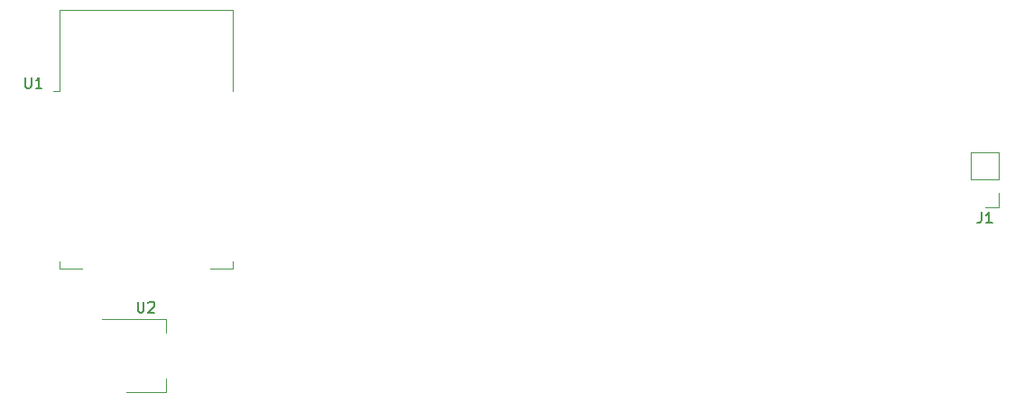
<source format=gbr>
%TF.GenerationSoftware,KiCad,Pcbnew,5.1.6+dfsg1-1*%
%TF.CreationDate,2020-09-16T13:14:45+02:00*%
%TF.ProjectId,esp-wireless-charging,6573702d-7769-4726-956c-6573732d6368,rev?*%
%TF.SameCoordinates,Original*%
%TF.FileFunction,Legend,Top*%
%TF.FilePolarity,Positive*%
%FSLAX46Y46*%
G04 Gerber Fmt 4.6, Leading zero omitted, Abs format (unit mm)*
G04 Created by KiCad (PCBNEW 5.1.6+dfsg1-1) date 2020-09-16 13:14:45*
%MOMM*%
%LPD*%
G01*
G04 APERTURE LIST*
%ADD10C,0.120000*%
%ADD11C,0.150000*%
G04 APERTURE END LIST*
D10*
%TO.C,J1*%
X182940000Y-60900000D02*
X180280000Y-60900000D01*
X182940000Y-63500000D02*
X182940000Y-60900000D01*
X180280000Y-63500000D02*
X180280000Y-60900000D01*
X182940000Y-63500000D02*
X180280000Y-63500000D01*
X182940000Y-64770000D02*
X182940000Y-66100000D01*
X182940000Y-66100000D02*
X181610000Y-66100000D01*
%TO.C,U1*%
X94750000Y-47570000D02*
X110990000Y-47570000D01*
X110990000Y-47570000D02*
X110990000Y-55190000D01*
X110990000Y-71190000D02*
X110990000Y-71810000D01*
X110990000Y-71810000D02*
X108870000Y-71810000D01*
X96870000Y-71810000D02*
X94750000Y-71810000D01*
X94750000Y-71810000D02*
X94750000Y-71190000D01*
X94750000Y-55190000D02*
X94750000Y-47570000D01*
X94750000Y-55190000D02*
X94140000Y-55190000D01*
%TO.C,U2*%
X104780000Y-83420000D02*
X104780000Y-82160000D01*
X104780000Y-76600000D02*
X104780000Y-77860000D01*
X101020000Y-83420000D02*
X104780000Y-83420000D01*
X98770000Y-76600000D02*
X104780000Y-76600000D01*
%TO.C,J1*%
D11*
X181276666Y-66552380D02*
X181276666Y-67266666D01*
X181229047Y-67409523D01*
X181133809Y-67504761D01*
X180990952Y-67552380D01*
X180895714Y-67552380D01*
X182276666Y-67552380D02*
X181705238Y-67552380D01*
X181990952Y-67552380D02*
X181990952Y-66552380D01*
X181895714Y-66695238D01*
X181800476Y-66790476D01*
X181705238Y-66838095D01*
%TO.C,U1*%
X91548095Y-53882380D02*
X91548095Y-54691904D01*
X91595714Y-54787142D01*
X91643333Y-54834761D01*
X91738571Y-54882380D01*
X91929047Y-54882380D01*
X92024285Y-54834761D01*
X92071904Y-54787142D01*
X92119523Y-54691904D01*
X92119523Y-53882380D01*
X93119523Y-54882380D02*
X92548095Y-54882380D01*
X92833809Y-54882380D02*
X92833809Y-53882380D01*
X92738571Y-54025238D01*
X92643333Y-54120476D01*
X92548095Y-54168095D01*
%TO.C,U2*%
X102108095Y-74962380D02*
X102108095Y-75771904D01*
X102155714Y-75867142D01*
X102203333Y-75914761D01*
X102298571Y-75962380D01*
X102489047Y-75962380D01*
X102584285Y-75914761D01*
X102631904Y-75867142D01*
X102679523Y-75771904D01*
X102679523Y-74962380D01*
X103108095Y-75057619D02*
X103155714Y-75010000D01*
X103250952Y-74962380D01*
X103489047Y-74962380D01*
X103584285Y-75010000D01*
X103631904Y-75057619D01*
X103679523Y-75152857D01*
X103679523Y-75248095D01*
X103631904Y-75390952D01*
X103060476Y-75962380D01*
X103679523Y-75962380D01*
%TD*%
M02*

</source>
